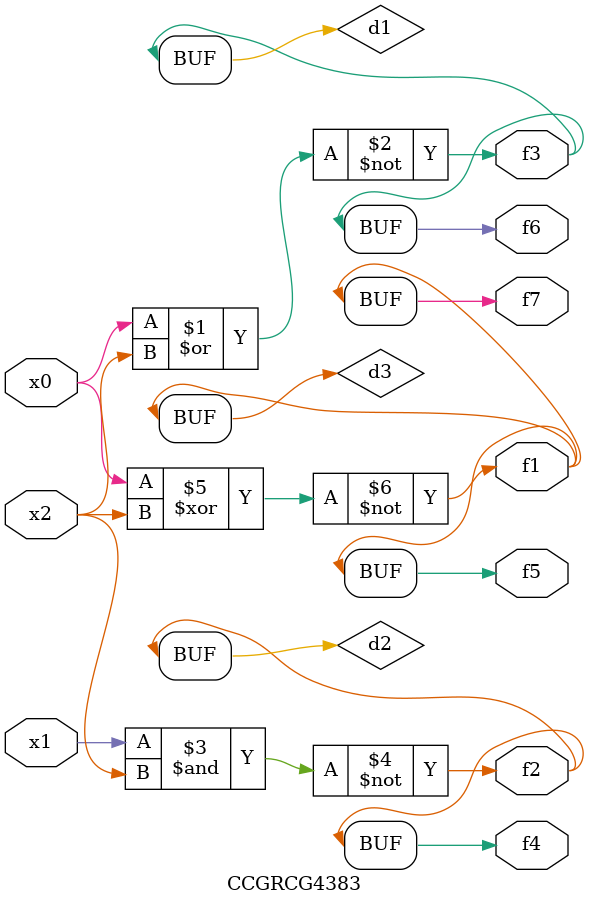
<source format=v>
module CCGRCG4383(
	input x0, x1, x2,
	output f1, f2, f3, f4, f5, f6, f7
);

	wire d1, d2, d3;

	nor (d1, x0, x2);
	nand (d2, x1, x2);
	xnor (d3, x0, x2);
	assign f1 = d3;
	assign f2 = d2;
	assign f3 = d1;
	assign f4 = d2;
	assign f5 = d3;
	assign f6 = d1;
	assign f7 = d3;
endmodule

</source>
